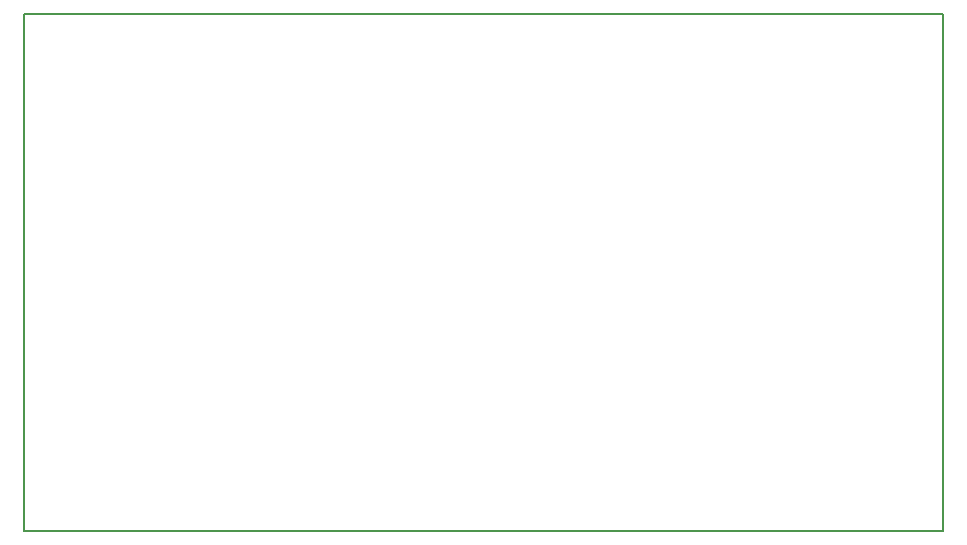
<source format=gm1>
G04 MADE WITH FRITZING*
G04 WWW.FRITZING.ORG*
G04 DOUBLE SIDED*
G04 HOLES PLATED*
G04 CONTOUR ON CENTER OF CONTOUR VECTOR*
%ASAXBY*%
%FSLAX23Y23*%
%MOIN*%
%OFA0B0*%
%SFA1.0B1.0*%
%ADD10R,3.070870X1.732280*%
%ADD11C,0.008000*%
%ADD10C,0.008*%
%LNCONTOUR*%
G90*
G70*
G54D10*
G54D11*
X4Y1728D02*
X3067Y1728D01*
X3067Y4D01*
X4Y4D01*
X4Y1728D01*
D02*
G04 End of contour*
M02*
</source>
